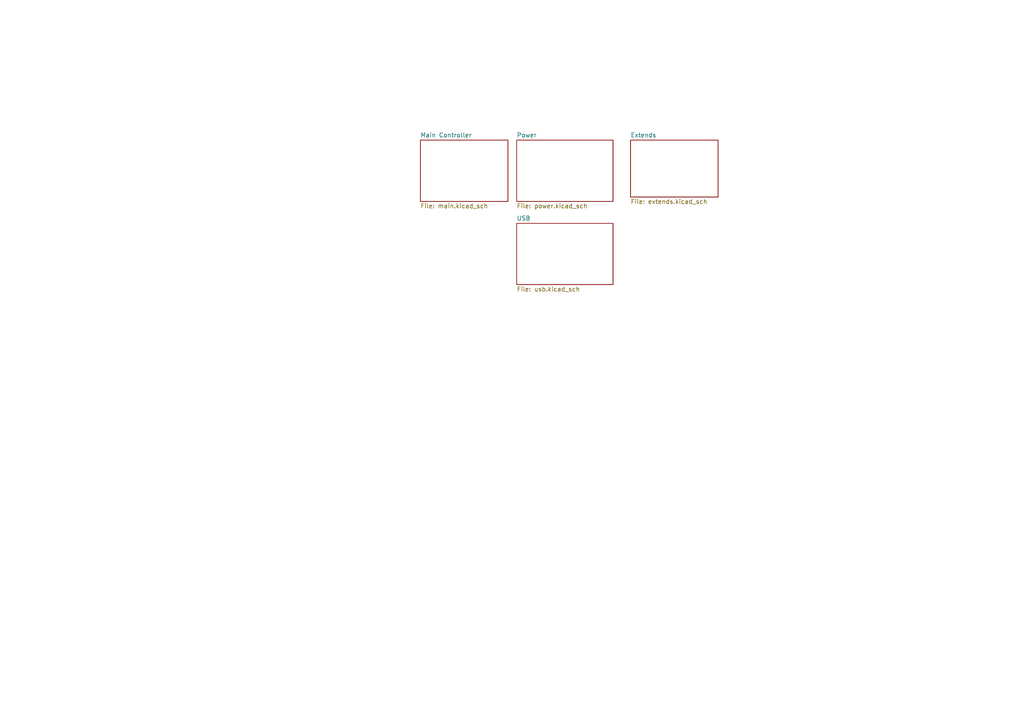
<source format=kicad_sch>
(kicad_sch
	(version 20250114)
	(generator "eeschema")
	(generator_version "9.0")
	(uuid "bfe388ae-d75c-4df9-99dc-869f7637df55")
	(paper "A4")
	(lib_symbols)
	(sheet
		(at 121.92 40.64)
		(size 25.4 17.78)
		(exclude_from_sim no)
		(in_bom yes)
		(on_board yes)
		(dnp no)
		(fields_autoplaced yes)
		(stroke
			(width 0.1524)
			(type solid)
		)
		(fill
			(color 0 0 0 0.0000)
		)
		(uuid "5e6b66b4-9359-4344-a22d-4941660a2cb1")
		(property "Sheetname" "Main Controller"
			(at 121.92 39.9284 0)
			(effects
				(font
					(size 1.27 1.27)
				)
				(justify left bottom)
			)
		)
		(property "Sheetfile" "main.kicad_sch"
			(at 121.92 59.0046 0)
			(effects
				(font
					(size 1.27 1.27)
				)
				(justify left top)
			)
		)
		(instances
			(project "К1921ВГ015"
				(path "/bfe388ae-d75c-4df9-99dc-869f7637df55"
					(page "2")
				)
			)
		)
	)
	(sheet
		(at 149.86 40.64)
		(size 27.94 17.78)
		(exclude_from_sim no)
		(in_bom yes)
		(on_board yes)
		(dnp no)
		(fields_autoplaced yes)
		(stroke
			(width 0.1524)
			(type solid)
		)
		(fill
			(color 0 0 0 0.0000)
		)
		(uuid "7fe5bf4c-3a5d-4f52-9b61-54539d143c67")
		(property "Sheetname" "Power"
			(at 149.86 39.9284 0)
			(effects
				(font
					(size 1.27 1.27)
				)
				(justify left bottom)
			)
		)
		(property "Sheetfile" "power.kicad_sch"
			(at 149.86 59.0046 0)
			(effects
				(font
					(size 1.27 1.27)
				)
				(justify left top)
			)
		)
		(instances
			(project "К1921ВГ015"
				(path "/bfe388ae-d75c-4df9-99dc-869f7637df55"
					(page "3")
				)
			)
		)
	)
	(sheet
		(at 182.88 40.64)
		(size 25.4 16.51)
		(exclude_from_sim no)
		(in_bom yes)
		(on_board yes)
		(dnp no)
		(fields_autoplaced yes)
		(stroke
			(width 0.1524)
			(type solid)
		)
		(fill
			(color 0 0 0 0.0000)
		)
		(uuid "92905a94-1a6c-4c58-9a13-3288bbb8eec8")
		(property "Sheetname" "Extends"
			(at 182.88 39.9284 0)
			(effects
				(font
					(size 1.27 1.27)
				)
				(justify left bottom)
			)
		)
		(property "Sheetfile" "extends.kicad_sch"
			(at 182.88 57.7346 0)
			(effects
				(font
					(size 1.27 1.27)
				)
				(justify left top)
			)
		)
		(instances
			(project "К1921ВГ015"
				(path "/bfe388ae-d75c-4df9-99dc-869f7637df55"
					(page "4")
				)
			)
		)
	)
	(sheet
		(at 149.86 64.77)
		(size 27.94 17.78)
		(exclude_from_sim no)
		(in_bom yes)
		(on_board yes)
		(dnp no)
		(fields_autoplaced yes)
		(stroke
			(width 0.1524)
			(type solid)
		)
		(fill
			(color 0 0 0 0.0000)
		)
		(uuid "c564a129-1300-45d6-9ed0-23b319960e29")
		(property "Sheetname" "USB"
			(at 149.86 64.0584 0)
			(effects
				(font
					(size 1.27 1.27)
				)
				(justify left bottom)
			)
		)
		(property "Sheetfile" "usb.kicad_sch"
			(at 149.86 83.1346 0)
			(effects
				(font
					(size 1.27 1.27)
				)
				(justify left top)
			)
		)
		(instances
			(project "К1921ВГ015"
				(path "/bfe388ae-d75c-4df9-99dc-869f7637df55"
					(page "5")
				)
			)
		)
	)
	(sheet_instances
		(path "/"
			(page "1")
		)
	)
	(embedded_fonts no)
)

</source>
